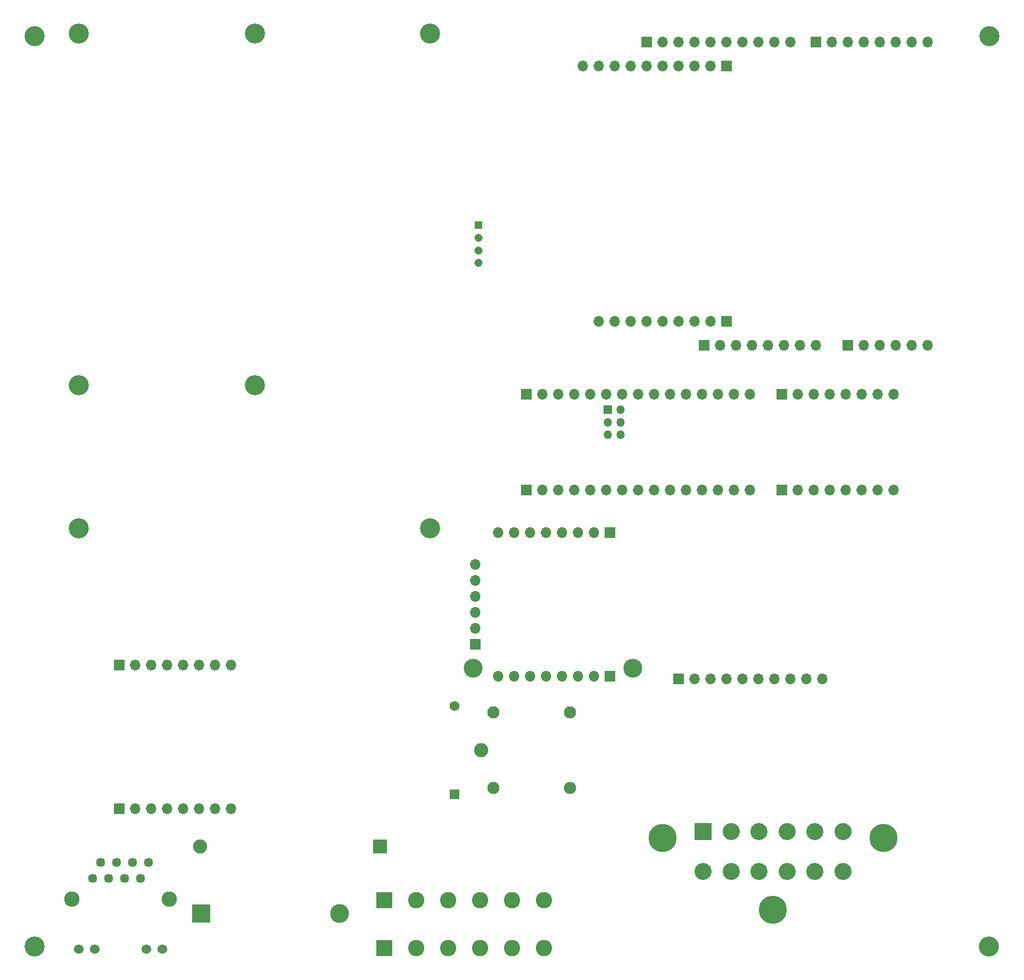
<source format=gbr>
%TF.GenerationSoftware,KiCad,Pcbnew,(5.1.7)-1*%
%TF.CreationDate,2021-12-22T18:53:21-06:00*%
%TF.ProjectId,AS12,41533132-2e6b-4696-9361-645f70636258,rev?*%
%TF.SameCoordinates,Original*%
%TF.FileFunction,Soldermask,Bot*%
%TF.FilePolarity,Negative*%
%FSLAX46Y46*%
G04 Gerber Fmt 4.6, Leading zero omitted, Abs format (unit mm)*
G04 Created by KiCad (PCBNEW (5.1.7)-1) date 2021-12-22 18:53:21*
%MOMM*%
%LPD*%
G01*
G04 APERTURE LIST*
%ADD10O,1.700000X1.700000*%
%ADD11R,1.700000X1.700000*%
%ADD12C,3.200000*%
%ADD13C,2.445000*%
%ADD14C,1.530000*%
%ADD15C,1.446000*%
%ADD16C,1.575000*%
%ADD17R,1.575000X1.575000*%
%ADD18C,1.950000*%
%ADD19C,2.250000*%
%ADD20C,2.600000*%
%ADD21R,2.600000X2.600000*%
%ADD22R,2.250000X2.250000*%
%ADD23C,1.308000*%
%ADD24R,1.308000X1.308000*%
%ADD25C,3.000000*%
%ADD26O,1.350000X1.350000*%
%ADD27R,1.350000X1.350000*%
%ADD28C,4.485000*%
%ADD29C,2.715000*%
%ADD30R,2.715000X2.715000*%
%ADD31R,3.000000X3.000000*%
G04 APERTURE END LIST*
D10*
%TO.C,J24*%
X54795000Y-123679400D03*
X52255000Y-123679400D03*
X49715000Y-123679400D03*
X47175000Y-123679400D03*
X44635000Y-123679400D03*
X42095000Y-123679400D03*
X39555000Y-123679400D03*
D11*
X37015000Y-123679400D03*
%TD*%
D10*
%TO.C,J2*%
X54795000Y-146539400D03*
X52255000Y-146539400D03*
X49715000Y-146539400D03*
X47175000Y-146539400D03*
X44635000Y-146539400D03*
X42095000Y-146539400D03*
X39555000Y-146539400D03*
D11*
X37015000Y-146539400D03*
%TD*%
D12*
%TO.C,REF\u002A\u002A*%
X58601220Y-23133960D03*
X58601220Y-79133960D03*
X30601220Y-79133960D03*
X30601220Y-23133960D03*
X86481220Y-23133960D03*
X86481220Y-101873960D03*
X30601220Y-101873960D03*
%TD*%
D13*
%TO.C,J12*%
X45006800Y-160873980D03*
X29516800Y-160873980D03*
D14*
X43886800Y-168823980D03*
X41346800Y-168823980D03*
X33176800Y-168823980D03*
X30636800Y-168823980D03*
D15*
X41706800Y-155033980D03*
X40436800Y-157573980D03*
X39166800Y-155033980D03*
X37896800Y-157573980D03*
X36626800Y-155033980D03*
X35356800Y-157573980D03*
X34086800Y-155033980D03*
X32816800Y-157573980D03*
%TD*%
D16*
%TO.C,D4*%
X90380820Y-130159300D03*
D17*
X90380820Y-144259300D03*
%TD*%
D18*
%TO.C,K1*%
X108770800Y-131191000D03*
X108770800Y-143191000D03*
X96570800Y-143191000D03*
D19*
X94570800Y-137191000D03*
D18*
X96570800Y-131191000D03*
%TD*%
D20*
%TO.C,KF1*%
X104622600Y-161034600D03*
X104622600Y-168654600D03*
X99542600Y-161034600D03*
X99542600Y-168654600D03*
X94462600Y-161034600D03*
X94462600Y-168654600D03*
X89382600Y-161034600D03*
X89382600Y-168654600D03*
X84302600Y-161034600D03*
X84302600Y-168654600D03*
D21*
X79222600Y-161034600D03*
X79222600Y-168654600D03*
%TD*%
D19*
%TO.C,D3*%
X49893620Y-152481280D03*
D22*
X78493620Y-152481280D03*
%TD*%
D12*
%TO.C, *%
X23548340Y-23535640D03*
%TD*%
%TO.C, *%
X175493680Y-23535640D03*
%TD*%
%TO.C, *%
X175394620Y-168460420D03*
%TD*%
%TO.C, *%
X23550880Y-168409620D03*
%TD*%
D23*
%TO.C,J23*%
X94145100Y-59654700D03*
X94145100Y-57654700D03*
X94145100Y-55654700D03*
D24*
X94145100Y-53654700D03*
%TD*%
D25*
%TO.C,REF\u002A\u002A*%
X93331360Y-124118700D03*
X118731360Y-124118700D03*
%TD*%
D10*
%TO.C,J22*%
X165608000Y-24511000D03*
X163068000Y-24511000D03*
X160528000Y-24511000D03*
X157988000Y-24511000D03*
X155448000Y-24511000D03*
X152908000Y-24511000D03*
X150368000Y-24511000D03*
D11*
X147828000Y-24511000D03*
%TD*%
D10*
%TO.C,J21*%
X143768000Y-24511000D03*
X141228000Y-24511000D03*
X138688000Y-24511000D03*
X136148000Y-24511000D03*
X133608000Y-24511000D03*
X131068000Y-24511000D03*
X128528000Y-24511000D03*
X125988000Y-24511000D03*
X123448000Y-24511000D03*
D11*
X120908000Y-24511000D03*
%TD*%
D10*
%TO.C,J20*%
X110794800Y-28336400D03*
X113334800Y-28336400D03*
X115874800Y-28336400D03*
X118414800Y-28336400D03*
X120954800Y-28336400D03*
X123494800Y-28336400D03*
X126034800Y-28336400D03*
X128574800Y-28336400D03*
X131114800Y-28336400D03*
D11*
X133654800Y-28336400D03*
%TD*%
D10*
%TO.C,J19*%
X165608000Y-72771000D03*
X163068000Y-72771000D03*
X160528000Y-72771000D03*
X157988000Y-72771000D03*
X155448000Y-72771000D03*
D11*
X152908000Y-72771000D03*
%TD*%
D10*
%TO.C,J18*%
X147828000Y-72771000D03*
X145288000Y-72771000D03*
X142748000Y-72771000D03*
X140208000Y-72771000D03*
X137668000Y-72771000D03*
X135128000Y-72771000D03*
X132588000Y-72771000D03*
D11*
X130048000Y-72771000D03*
%TD*%
D10*
%TO.C,J17*%
X113334800Y-68986400D03*
X115874800Y-68986400D03*
X118414800Y-68986400D03*
X120954800Y-68986400D03*
X123494800Y-68986400D03*
X126034800Y-68986400D03*
X128574800Y-68986400D03*
X131114800Y-68986400D03*
D11*
X133654800Y-68986400D03*
%TD*%
D10*
%TO.C,J14*%
X160248600Y-80594200D03*
X157708600Y-80594200D03*
X155168600Y-80594200D03*
X152628600Y-80594200D03*
X150088600Y-80594200D03*
X147548600Y-80594200D03*
X145008600Y-80594200D03*
D11*
X142468600Y-80594200D03*
%TD*%
D10*
%TO.C,J13*%
X137388600Y-80594200D03*
X134848600Y-80594200D03*
X132308600Y-80594200D03*
X129768600Y-80594200D03*
X127228600Y-80594200D03*
X124688600Y-80594200D03*
X122148600Y-80594200D03*
X119608600Y-80594200D03*
X117068600Y-80594200D03*
X114528600Y-80594200D03*
X111988600Y-80594200D03*
X109448600Y-80594200D03*
X106908600Y-80594200D03*
X104368600Y-80594200D03*
D11*
X101828600Y-80594200D03*
%TD*%
D26*
%TO.C,J11*%
X116798600Y-87032600D03*
X114798600Y-87032600D03*
X116798600Y-85032600D03*
X114798600Y-85032600D03*
X116798600Y-83032600D03*
D27*
X114798600Y-83032600D03*
%TD*%
D10*
%TO.C,J10*%
X160248600Y-95834200D03*
X157708600Y-95834200D03*
X155168600Y-95834200D03*
X152628600Y-95834200D03*
X150088600Y-95834200D03*
X147548600Y-95834200D03*
X145008600Y-95834200D03*
D11*
X142468600Y-95834200D03*
%TD*%
D10*
%TO.C,J9*%
X137388600Y-95834200D03*
X134848600Y-95834200D03*
X132308600Y-95834200D03*
X129768600Y-95834200D03*
X127228600Y-95834200D03*
X124688600Y-95834200D03*
X122148600Y-95834200D03*
X119608600Y-95834200D03*
X117068600Y-95834200D03*
X114528600Y-95834200D03*
X111988600Y-95834200D03*
X109448600Y-95834200D03*
X106908600Y-95834200D03*
X104368600Y-95834200D03*
D11*
X101828600Y-95834200D03*
%TD*%
D10*
%TO.C,J6*%
X97317560Y-125412500D03*
X99857560Y-125412500D03*
X102397560Y-125412500D03*
X104937560Y-125412500D03*
X107477560Y-125412500D03*
X110017560Y-125412500D03*
X112557560Y-125412500D03*
D11*
X115097560Y-125412500D03*
%TD*%
D10*
%TO.C,J5*%
X97317560Y-102552500D03*
X99857560Y-102552500D03*
X102397560Y-102552500D03*
X104937560Y-102552500D03*
X107477560Y-102552500D03*
X110017560Y-102552500D03*
X112557560Y-102552500D03*
D11*
X115097560Y-102552500D03*
%TD*%
D10*
%TO.C,J4*%
X93685360Y-107632500D03*
X93685360Y-110172500D03*
X93685360Y-112712500D03*
X93685360Y-115252500D03*
X93685360Y-117792500D03*
D11*
X93685360Y-120332500D03*
%TD*%
D28*
%TO.C,J3*%
X158576000Y-151159400D03*
X141036000Y-162589400D03*
X123496000Y-151159400D03*
D29*
X129921000Y-156489400D03*
X134366000Y-156489400D03*
X138811000Y-156489400D03*
X143261000Y-156489400D03*
X147706000Y-156489400D03*
X152151000Y-156489400D03*
X152151000Y-150139400D03*
X147706000Y-150139400D03*
X143261000Y-150139400D03*
X138811000Y-150139400D03*
X134366000Y-150139400D03*
D30*
X129921000Y-150139400D03*
%TD*%
D10*
%TO.C,J1*%
X148887180Y-125811280D03*
X146347180Y-125811280D03*
X143807180Y-125811280D03*
X141267180Y-125811280D03*
X138727180Y-125811280D03*
X136187180Y-125811280D03*
X133647180Y-125811280D03*
X131107180Y-125811280D03*
X128567180Y-125811280D03*
D11*
X126027180Y-125811280D03*
%TD*%
D25*
%TO.C,F1*%
X72102900Y-163203900D03*
D31*
X50102900Y-163203900D03*
%TD*%
M02*

</source>
